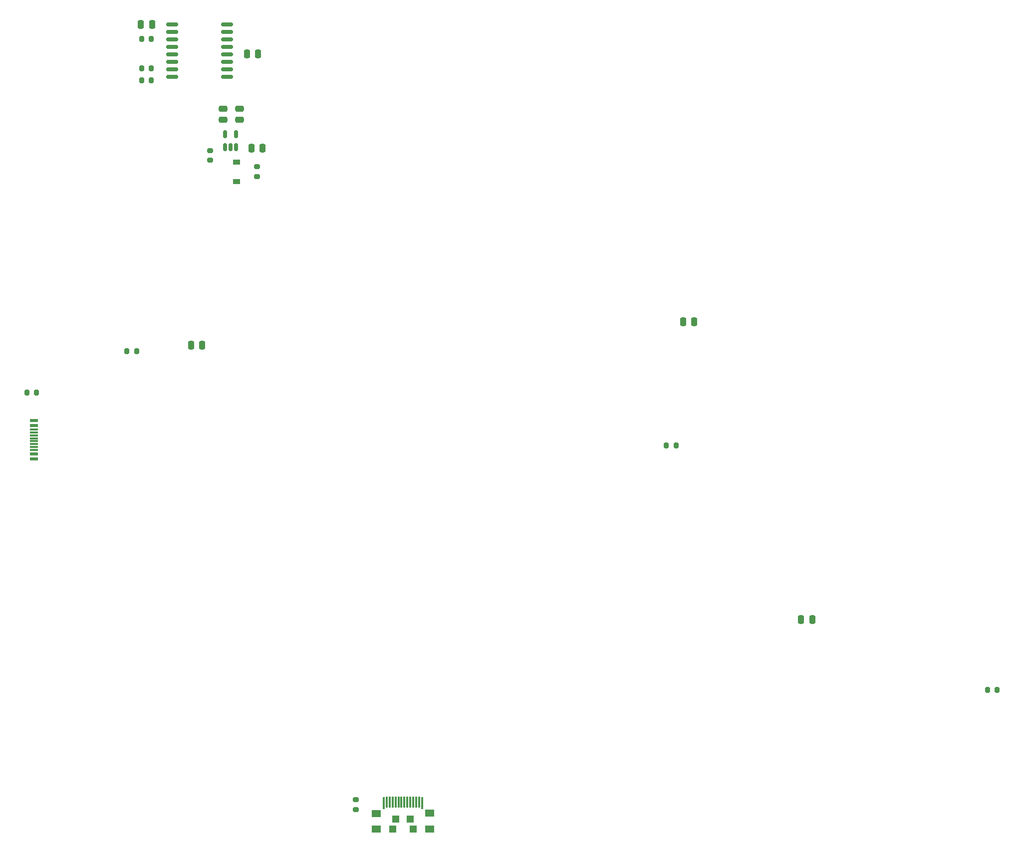
<source format=gbp>
%TF.GenerationSoftware,KiCad,Pcbnew,(6.0.4)*%
%TF.CreationDate,2022-05-26T23:52:49-07:00*%
%TF.ProjectId,top_R,746f705f-522e-46b6-9963-61645f706362,rev?*%
%TF.SameCoordinates,Original*%
%TF.FileFunction,Paste,Bot*%
%TF.FilePolarity,Positive*%
%FSLAX46Y46*%
G04 Gerber Fmt 4.6, Leading zero omitted, Abs format (unit mm)*
G04 Created by KiCad (PCBNEW (6.0.4)) date 2022-05-26 23:52:49*
%MOMM*%
%LPD*%
G01*
G04 APERTURE LIST*
G04 Aperture macros list*
%AMRoundRect*
0 Rectangle with rounded corners*
0 $1 Rounding radius*
0 $2 $3 $4 $5 $6 $7 $8 $9 X,Y pos of 4 corners*
0 Add a 4 corners polygon primitive as box body*
4,1,4,$2,$3,$4,$5,$6,$7,$8,$9,$2,$3,0*
0 Add four circle primitives for the rounded corners*
1,1,$1+$1,$2,$3*
1,1,$1+$1,$4,$5*
1,1,$1+$1,$6,$7*
1,1,$1+$1,$8,$9*
0 Add four rect primitives between the rounded corners*
20,1,$1+$1,$2,$3,$4,$5,0*
20,1,$1+$1,$4,$5,$6,$7,0*
20,1,$1+$1,$6,$7,$8,$9,0*
20,1,$1+$1,$8,$9,$2,$3,0*%
G04 Aperture macros list end*
%ADD10RoundRect,0.200000X-0.200000X-0.275000X0.200000X-0.275000X0.200000X0.275000X-0.200000X0.275000X0*%
%ADD11RoundRect,0.250000X0.250000X0.475000X-0.250000X0.475000X-0.250000X-0.475000X0.250000X-0.475000X0*%
%ADD12RoundRect,0.200000X0.275000X-0.200000X0.275000X0.200000X-0.275000X0.200000X-0.275000X-0.200000X0*%
%ADD13RoundRect,0.200000X0.200000X0.275000X-0.200000X0.275000X-0.200000X-0.275000X0.200000X-0.275000X0*%
%ADD14RoundRect,0.250000X-0.250000X-0.475000X0.250000X-0.475000X0.250000X0.475000X-0.250000X0.475000X0*%
%ADD15R,0.400000X1.825000*%
%ADD16R,1.200000X1.200000*%
%ADD17R,1.500000X1.200000*%
%ADD18R,0.400000X2.012500*%
%ADD19RoundRect,0.200000X-0.275000X0.200000X-0.275000X-0.200000X0.275000X-0.200000X0.275000X0.200000X0*%
%ADD20RoundRect,0.150000X0.875000X0.150000X-0.875000X0.150000X-0.875000X-0.150000X0.875000X-0.150000X0*%
%ADD21RoundRect,0.150000X0.150000X-0.512500X0.150000X0.512500X-0.150000X0.512500X-0.150000X-0.512500X0*%
%ADD22R,1.450000X0.600000*%
%ADD23R,1.450000X0.300000*%
%ADD24RoundRect,0.250000X0.475000X-0.250000X0.475000X0.250000X-0.475000X0.250000X-0.475000X-0.250000X0*%
%ADD25R,1.200000X0.900000*%
G04 APERTURE END LIST*
D10*
X45675000Y-117000000D03*
X47325000Y-117000000D03*
D11*
X55950000Y-164000000D03*
X54050000Y-164000000D03*
D12*
X65250000Y-135325000D03*
X65250000Y-133675000D03*
D13*
X44825000Y-165000000D03*
X43175000Y-165000000D03*
D14*
X63550000Y-114500000D03*
X65450000Y-114500000D03*
D15*
X87250000Y-241550000D03*
X88750000Y-241550000D03*
X89250000Y-241550000D03*
X89750000Y-241550000D03*
X90250000Y-241550000D03*
X91750000Y-241550000D03*
X92250000Y-241550000D03*
X92750000Y-241550000D03*
X91250000Y-241550000D03*
X90750000Y-241550000D03*
X88250000Y-241550000D03*
X87750000Y-241550000D03*
D16*
X91750000Y-246100000D03*
X91250000Y-244350000D03*
X88250000Y-246100000D03*
D17*
X94550000Y-243400000D03*
D18*
X86750000Y-241643750D03*
X93250000Y-241650000D03*
D16*
X88750000Y-244350000D03*
D17*
X85450000Y-246100000D03*
X85450000Y-243450000D03*
X94550000Y-246050000D03*
D13*
X47325000Y-112000000D03*
X45675000Y-112000000D03*
D19*
X82000000Y-241115000D03*
X82000000Y-242765000D03*
D20*
X60150000Y-109555000D03*
X60150000Y-110825000D03*
X60150000Y-112095000D03*
X60150000Y-113365000D03*
X60150000Y-114635000D03*
X60150000Y-115905000D03*
X60150000Y-117175000D03*
X60150000Y-118445000D03*
X50850000Y-118445000D03*
X50850000Y-117175000D03*
X50850000Y-115905000D03*
X50850000Y-114635000D03*
X50850000Y-113365000D03*
X50850000Y-112095000D03*
X50850000Y-110825000D03*
X50850000Y-109555000D03*
D21*
X61700000Y-130387500D03*
X60750000Y-130387500D03*
X59800000Y-130387500D03*
X59800000Y-128112500D03*
X61700000Y-128112500D03*
D13*
X190825000Y-222500000D03*
X189175000Y-222500000D03*
X136325000Y-181000000D03*
X134675000Y-181000000D03*
D11*
X47450000Y-109500000D03*
X45550000Y-109500000D03*
D14*
X64300000Y-130500000D03*
X66200000Y-130500000D03*
D10*
X45675000Y-119000000D03*
X47325000Y-119000000D03*
D22*
X27415000Y-183250000D03*
X27415000Y-182450000D03*
D23*
X27415000Y-181250000D03*
X27415000Y-180250000D03*
X27415000Y-179750000D03*
X27415000Y-178750000D03*
D22*
X27415000Y-177550000D03*
X27415000Y-176750000D03*
X27415000Y-176750000D03*
X27415000Y-177550000D03*
D23*
X27415000Y-178250000D03*
X27415000Y-179250000D03*
X27415000Y-180750000D03*
X27415000Y-181750000D03*
D22*
X27415000Y-182450000D03*
X27415000Y-183250000D03*
D13*
X27825000Y-172000000D03*
X26175000Y-172000000D03*
D11*
X159450000Y-210500000D03*
X157550000Y-210500000D03*
D24*
X59500000Y-125700000D03*
X59500000Y-123800000D03*
D19*
X57250000Y-130925000D03*
X57250000Y-132575000D03*
D11*
X139450000Y-160000000D03*
X137550000Y-160000000D03*
D25*
X61800000Y-132850000D03*
X61800000Y-136150000D03*
D24*
X62250000Y-125700000D03*
X62250000Y-123800000D03*
M02*

</source>
